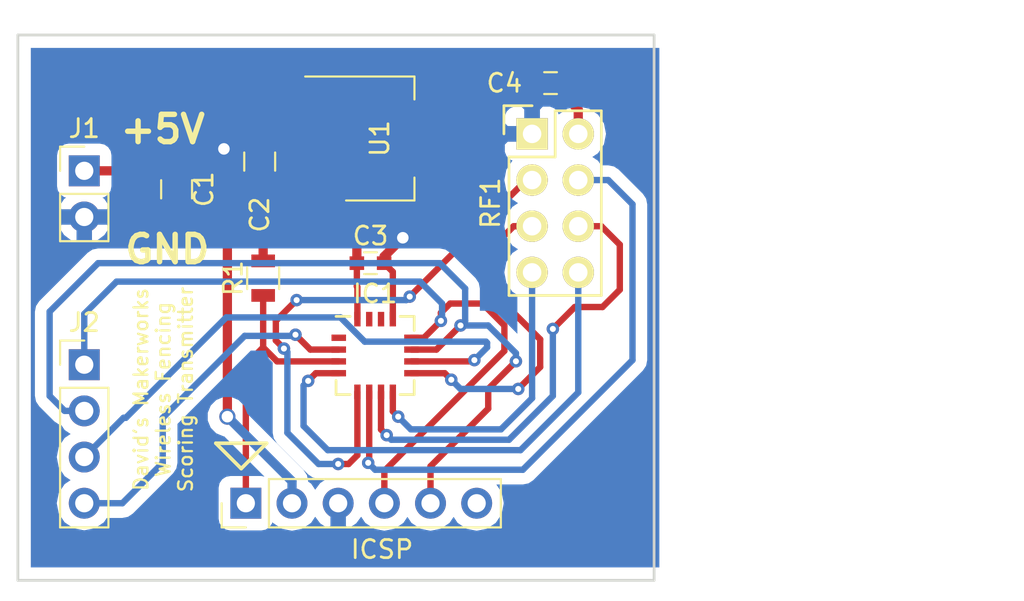
<source format=kicad_pcb>
(kicad_pcb (version 20221018) (generator pcbnew)
  (title_block (title "Wireless Fencing Score Indicator - Transmitter") (date "2018-02-15") (rev "1") (company "David Rice"))
  (layers (0 "F.Cu" signal) (31 "B.Cu" signal) (34 "B.Paste" user) (35 "F.Paste" user) (36 "B.SilkS" user "B.Silkscreen") (37 "F.SilkS" user "F.Silkscreen") (38 "B.Mask" user) (39 "F.Mask" user) (44 "Edge.Cuts" user))
  (net 0 "")
  (net 1 "+5V")
  (net 2 "GND")
  (net 3 "+3V3")
  (net 4 "Net-(IC1-Pad1)")
  (net 5 "Net-(IC1-Pad2)")
  (net 6 "Net-(IC1-Pad3)")
  (net 7 "Net-(IC1-Pad4)")
  (net 8 "Net-(IC1-Pad5)")
  (net 9 "Net-(IC1-Pad6)")
  (net 10 "Net-(IC1-Pad7)")
  (net 11 "Net-(IC1-Pad8)")
  (net 12 "Net-(IC1-Pad9)")
  (net 13 "Net-(IC1-Pad10)")
  (net 14 "Net-(IC1-Pad11)")
  (net 15 "Net-(IC1-Pad12)")
  (net 16 "Net-(IC1-Pad14)")
  (net 17 "Net-(IC1-Pad15)")
  (net 18 "Net-(J3-Pad6)")
  (footprint "Capacitors_SMD:C_0805" (layer "F.Cu") (at 125.73 94.488 -90)
    (fp_text reference "C1" (at 0 -1.5 270) (layer "F.SilkS"))
    (fp_text value "10uF")
    (fp_line (start -0.5 0.85) (end 0.5 0.85) (stroke (width 0.12)) (layer "F.SilkS"))
    (fp_line (start 0.5 -0.85) (end -0.5 -0.85) (stroke (width 0.12)) (layer "F.SilkS"))
    (pad "1" smd rect (at -1 0 270) (size 1 1.25) (layers "F.Cu" "F.Paste" "F.Mask") (net 1 "+5V"))
    (pad "2" smd rect (at 1 0 270) (size 1 1.25) (layers "F.Cu" "F.Paste" "F.Mask") (net 2 "GND"))
  )
  (footprint "Capacitors_SMD:C_0805" (layer "F.Cu") (at 130.302 92.964 90)
    (fp_text reference "C2" (at -2.921 0 90) (layer "F.SilkS"))
    (fp_text value "1uF")
    (fp_line (start -0.5 0.85) (end 0.5 0.85) (stroke (width 0.12)) (layer "F.SilkS"))
    (fp_line (start 0.5 -0.85) (end -0.5 -0.85) (stroke (width 0.12)) (layer "F.SilkS"))
    (pad "1" smd rect (at -1 0 90) (size 1 1.25) (layers "F.Cu" "F.Paste" "F.Mask") (net 3 "+3V3"))
    (pad "2" smd rect (at 1 0 90) (size 1 1.25) (layers "F.Cu" "F.Paste" "F.Mask") (net 2 "GND"))
  )
  (footprint "Capacitors_SMD:C_0603" (layer "F.Cu") (at 136.398 98.552)
    (fp_text reference "C3" (at 0 -1.5) (layer "F.SilkS"))
    (fp_text value "0.1uF")
    (fp_line (start -0.35 -0.6) (end 0.35 -0.6) (stroke (width 0.12)) (layer "F.SilkS"))
    (fp_line (start 0.35 0.6) (end -0.35 0.6) (stroke (width 0.12)) (layer "F.SilkS"))
    (pad "1" smd rect (at -0.75 0) (size 0.8 0.75) (layers "F.Cu" "F.Paste" "F.Mask") (net 1 "+5V"))
    (pad "2" smd rect (at 0.75 0) (size 0.8 0.75) (layers "F.Cu" "F.Paste" "F.Mask") (net 2 "GND"))
  )
  (footprint "Capacitors_SMD:C_0603" (layer "F.Cu") (at 146.304 88.646 180)
    (fp_text reference "C4" (at 2.54 0 180) (layer "F.SilkS"))
    (fp_text value "0.1uF")
    (fp_line (start -0.35 -0.6) (end 0.35 -0.6) (stroke (width 0.12)) (layer "F.SilkS"))
    (fp_line (start 0.35 0.6) (end -0.35 0.6) (stroke (width 0.12)) (layer "F.SilkS"))
    (pad "1" smd rect (at -0.75 0 180) (size 0.8 0.75) (layers "F.Cu" "F.Paste" "F.Mask") (net 3 "+3V3"))
    (pad "2" smd rect (at 0.75 0 180) (size 0.8 0.75) (layers "F.Cu" "F.Paste" "F.Mask") (net 2 "GND"))
  )
  (footprint "Housings_DFN_QFN:QFN-16-1EP_4x4mm_Pitch0.65mm" (layer "F.Cu") (at 136.652 103.632)
    (fp_text reference "IC1" (at 0 -3.4) (layer "F.SilkS"))
    (fp_text value "PIC16F18323-I/JQ")
    (fp_line (start -2.15 -2.15) (end -1.375 -2.15) (stroke (width 0.15)) (layer "F.SilkS"))
    (fp_line (start -2.15 2.15) (end -2.15 1.375) (stroke (width 0.15)) (layer "F.SilkS"))
    (fp_line (start -2.15 2.15) (end -1.375 2.15) (stroke (width 0.15)) (layer "F.SilkS"))
    (fp_line (start 2.15 -2.15) (end 1.375 -2.15) (stroke (width 0.15)) (layer "F.SilkS"))
    (fp_line (start 2.15 -2.15) (end 2.15 -1.375) (stroke (width 0.15)) (layer "F.SilkS"))
    (fp_line (start 2.15 2.15) (end 1.375 2.15) (stroke (width 0.15)) (layer "F.SilkS"))
    (fp_line (start 2.15 2.15) (end 2.15 1.375) (stroke (width 0.15)) (layer "F.SilkS"))
    (pad "1" smd rect (at -2 -0.975) (size 0.8 0.35) (layers "F.Cu" "F.Paste" "F.Mask") (net 4 "Net-(IC1-Pad1)"))
    (pad "2" smd rect (at -2 -0.325) (size 0.8 0.35) (layers "F.Cu" "F.Paste" "F.Mask") (net 5 "Net-(IC1-Pad2)"))
    (pad "3" smd rect (at -2 0.325) (size 0.8 0.35) (layers "F.Cu" "F.Paste" "F.Mask") (net 6 "Net-(IC1-Pad3)"))
    (pad "4" smd rect (at -2 0.975) (size 0.8 0.35) (layers "F.Cu" "F.Paste" "F.Mask") (net 7 "Net-(IC1-Pad4)"))
    (pad "5" smd rect (at -0.975 2 90) (size 0.8 0.35) (layers "F.Cu" "F.Paste" "F.Mask") (net 8 "Net-(IC1-Pad5)"))
    (pad "6" smd rect (at -0.325 2 90) (size 0.8 0.35) (layers "F.Cu" "F.Paste" "F.Mask") (net 9 "Net-(IC1-Pad6)"))
    (pad "7" smd rect (at 0.325 2 90) (size 0.8 0.35) (layers "F.Cu" "F.Paste" "F.Mask") (net 10 "Net-(IC1-Pad7)"))
    (pad "8" smd rect (at 0.975 2 90) (size 0.8 0.35) (layers "F.Cu" "F.Paste" "F.Mask") (net 11 "Net-(IC1-Pad8)"))
    (pad "9" smd rect (at 2 0.975) (size 0.8 0.35) (layers "F.Cu" "F.Paste" "F.Mask") (net 12 "Net-(IC1-Pad9)"))
    (pad "10" smd rect (at 2 0.325) (size 0.8 0.35) (layers "F.Cu" "F.Paste" "F.Mask") (net 13 "Net-(IC1-Pad10)"))
    (pad "11" smd rect (at 2 -0.325) (size 0.8 0.35) (layers "F.Cu" "F.Paste" "F.Mask") (net 14 "Net-(IC1-Pad11)"))
    (pad "12" smd rect (at 2 -0.975) (size 0.8 0.35) (layers "F.Cu" "F.Paste" "F.Mask") (net 15 "Net-(IC1-Pad12)"))
    (pad "13" smd rect (at 0.975 -2 90) (size 0.8 0.35) (layers "F.Cu" "F.Paste" "F.Mask") (net 2 "GND"))
    (pad "14" smd rect (at 0.325 -2 90) (size 0.8 0.35) (layers "F.Cu" "F.Paste" "F.Mask") (net 16 "Net-(IC1-Pad14)"))
    (pad "15" smd rect (at -0.325 -2 90) (size 0.8 0.35) (layers "F.Cu" "F.Paste" "F.Mask") (net 17 "Net-(IC1-Pad15)"))
    (pad "16" smd rect (at -0.975 -2 90) (size 0.8 0.35) (layers "F.Cu" "F.Paste" "F.Mask") (net 1 "+5V"))
  )
  (footprint "Pin_Headers:Pin_Header_Straight_1x02_Pitch2.54mm" (layer "F.Cu") (at 120.65 93.472)
    (fp_text reference "J1" (at 0 -2.33) (layer "F.SilkS"))
    (fp_text value "PWR_IN")
    (fp_line (start -1.33 -1.33) (end 0 -1.33) (stroke (width 0.12)) (layer "F.SilkS"))
    (fp_line (start -1.33 0) (end -1.33 -1.33) (stroke (width 0.12)) (layer "F.SilkS"))
    (fp_line (start -1.33 1.27) (end -1.33 3.87) (stroke (width 0.12)) (layer "F.SilkS"))
    (fp_line (start -1.33 1.27) (end 1.33 1.27) (stroke (width 0.12)) (layer "F.SilkS"))
    (fp_line (start -1.33 3.87) (end 1.33 3.87) (stroke (width 0.12)) (layer "F.SilkS"))
    (fp_line (start 1.33 1.27) (end 1.33 3.87) (stroke (width 0.12)) (layer "F.SilkS"))
    (pad "1" thru_hole rect (at 0 0) (size 1.7 1.7) (drill 1) (layers "*.Cu" "*.Mask") (net 1 "+5V"))
    (pad "2" thru_hole oval (at 0 2.54) (size 1.7 1.7) (drill 1) (layers "*.Cu" "*.Mask") (net 2 "GND"))
  )
  (footprint "Pin_Headers:Pin_Header_Straight_1x04_Pitch2.54mm" (layer "F.Cu") (at 120.65 104.14)
    (fp_text reference "J2" (at 0 -2.33) (layer "F.SilkS"))
    (fp_text value "SCORE_MACH")
    (fp_line (start -1.33 -1.33) (end 0 -1.33) (stroke (width 0.12)) (layer "F.SilkS"))
    (fp_line (start -1.33 0) (end -1.33 -1.33) (stroke (width 0.12)) (layer "F.SilkS"))
    (fp_line (start -1.33 1.27) (end -1.33 8.95) (stroke (width 0.12)) (layer "F.SilkS"))
    (fp_line (start -1.33 1.27) (end 1.33 1.27) (stroke (width 0.12)) (layer "F.SilkS"))
    (fp_line (start -1.33 8.95) (end 1.33 8.95) (stroke (width 0.12)) (layer "F.SilkS"))
    (fp_line (start 1.33 1.27) (end 1.33 8.95) (stroke (width 0.12)) (layer "F.SilkS"))
    (pad "1" thru_hole rect (at 0 0) (size 1.7 1.7) (drill 1) (layers "*.Cu" "*.Mask") (net 15 "Net-(IC1-Pad12)"))
    (pad "2" thru_hole oval (at 0 2.54) (size 1.7 1.7) (drill 1) (layers "*.Cu" "*.Mask") (net 14 "Net-(IC1-Pad11)"))
    (pad "3" thru_hole oval (at 0 5.08) (size 1.7 1.7) (drill 1) (layers "*.Cu" "*.Mask") (net 13 "Net-(IC1-Pad10)"))
    (pad "4" thru_hole oval (at 0 7.62) (size 1.7 1.7) (drill 1) (layers "*.Cu" "*.Mask") (net 5 "Net-(IC1-Pad2)"))
  )
  (footprint "Pin_Headers:Pin_Header_Straight_1x06_Pitch2.54mm" (layer "F.Cu") (at 129.54 111.76 90)
    (fp_text reference "ICSP" (at -2.54 7.493 180) (layer "F.SilkS"))
    (fp_text value "ICSP")
    (fp_line (start -1.33 -1.33) (end 0 -1.33) (stroke (width 0.12)) (layer "F.SilkS"))
    (fp_line (start -1.33 0) (end -1.33 -1.33) (stroke (width 0.12)) (layer "F.SilkS"))
    (fp_line (start -1.33 1.27) (end -1.33 14.03) (stroke (width 0.12)) (layer "F.SilkS"))
    (fp_line (start -1.33 1.27) (end 1.33 1.27) (stroke (width 0.12)) (layer "F.SilkS"))
    (fp_line (start -1.33 14.03) (end 1.33 14.03) (stroke (width 0.12)) (layer "F.SilkS"))
    (fp_line (start 1.33 1.27) (end 1.33 14.03) (stroke (width 0.12)) (layer "F.SilkS"))
    (pad "1" thru_hole rect (at 0 0 90) (size 1.7 1.7) (drill 1) (layers "*.Cu" "*.Mask") (net 6 "Net-(IC1-Pad3)"))
    (pad "2" thru_hole oval (at 0 2.54 90) (size 1.7 1.7) (drill 1) (layers "*.Cu" "*.Mask") (net 1 "+5V"))
    (pad "3" thru_hole oval (at 0 5.08 90) (size 1.7 1.7) (drill 1) (layers "*.Cu" "*.Mask") (net 2 "GND"))
    (pad "4" thru_hole oval (at 0 7.62 90) (size 1.7 1.7) (drill 1) (layers "*.Cu" "*.Mask") (net 15 "Net-(IC1-Pad12)"))
    (pad "5" thru_hole oval (at 0 10.16 90) (size 1.7 1.7) (drill 1) (layers "*.Cu" "*.Mask") (net 14 "Net-(IC1-Pad11)"))
    (pad "6" thru_hole oval (at 0 12.7 90) (size 1.7 1.7) (drill 1) (layers "*.Cu" "*.Mask") (net 18 "Net-(J3-Pad6)"))
  )
  (footprint "Resistors_SMD:R_0805" (layer "F.Cu") (at 130.4925 99.3775 90)
    (fp_text reference "R1" (at 0 -1.65 90) (layer "F.SilkS"))
    (fp_text value "10K")
    (fp_line (start -0.6 -0.88) (end 0.6 -0.88) (stroke (width 0.12)) (layer "F.SilkS"))
    (fp_line (start 0.6 0.88) (end -0.6 0.88) (stroke (width 0.12)) (layer "F.SilkS"))
    (pad "1" smd rect (at -0.95 0 90) (size 0.7 1.3) (layers "F.Cu" "F.Paste" "F.Mask") (net 6 "Net-(IC1-Pad3)"))
    (pad "2" smd rect (at 0.95 0 90) (size 0.7 1.3) (layers "F.Cu" "F.Paste" "F.Mask") (net 1 "+5V"))
  )
  (footprint "DavidsMakerWorks_Custom:nRF24L01+-Module" (layer "F.Cu") (at 145.288 91.44)
    (fp_text reference "RF1" (at -2.286 3.81 270) (layer "F.SilkS"))
    (fp_text value "nRF24L01+-MOD")
    (fp_line (start -1.55 -1.55) (end -1.55 0) (stroke (width 0.15)) (layer "F.SilkS"))
    (fp_line (start -1.27 1.27) (end -1.27 8.89) (stroke (width 0.15)) (layer "F.SilkS"))
    (fp_line (start -1.27 8.89) (end 3.81 8.89) (stroke (width 0.15)) (layer "F.SilkS"))
    (fp_line (start 0 -1.55) (end -1.55 -1.55) (stroke (width 0.15)) (layer "F.SilkS"))
    (fp_line (start 1.27 -1.27) (end 1.27 1.27) (stroke (width 0.15)) (layer "F.SilkS"))
    (fp_line (start 1.27 1.27) (end -1.27 1.27) (stroke (width 0.15)) (layer "F.SilkS"))
    (fp_line (start 3.81 -1.27) (end 1.27 -1.27) (stroke (width 0.15)) (layer "F.SilkS"))
    (fp_line (start 3.81 8.89) (end 3.81 -1.27) (stroke (width 0.15)) (layer "F.SilkS"))
    (pad "1" thru_hole rect (at 0 0) (size 1.7272 1.7272) (drill 1.016) (layers "*.Cu" "*.Mask" "F.SilkS") (net 2 "GND"))
    (pad "2" thru_hole oval (at 2.54 0) (size 1.7272 1.7272) (drill 1.016) (layers "*.Cu" "*.Mask" "F.SilkS") (net 3 "+3V3"))
    (pad "3" thru_hole oval (at 0 2.54) (size 1.7272 1.7272) (drill 1.016) (layers "*.Cu" "*.Mask" "F.SilkS") (net 8 "Net-(IC1-Pad5)"))
    (pad "4" thru_hole oval (at 2.54 2.54) (size 1.7272 1.7272) (drill 1.016) (layers "*.Cu" "*.Mask" "F.SilkS") (net 9 "Net-(IC1-Pad6)"))
    (pad "5" thru_hole oval (at 0 5.08) (size 1.7272 1.7272) (drill 1.016) (layers "*.Cu" "*.Mask" "F.SilkS") (net 12 "Net-(IC1-Pad9)"))
    (pad "6" thru_hole oval (at 2.54 5.08) (size 1.7272 1.7272) (drill 1.016) (layers "*.Cu" "*.Mask" "F.SilkS") (net 10 "Net-(IC1-Pad7)"))
    (pad "7" thru_hole oval (at 0 7.62) (size 1.7272 1.7272) (drill 1.016) (layers "*.Cu" "*.Mask" "F.SilkS") (net 11 "Net-(IC1-Pad8)"))
    (pad "8" thru_hole oval (at 2.54 7.62) (size 1.7272 1.7272) (drill 1.016) (layers "*.Cu" "*.Mask" "F.SilkS") (net 7 "Net-(IC1-Pad4)"))
  )
  (footprint "TO_SOT_Packages_SMD:SOT-223" (layer "F.Cu") (at 136.906 91.694)
    (fp_text reference "U1" (at 0 0 90) (layer "F.SilkS"))
    (fp_text value "MCP1824S33/DB")
    (fp_line (start -4.1 -3.41) (end 1.91 -3.41) (stroke (width 0.12)) (layer "F.SilkS"))
    (fp_line (start -1.85 3.41) (end 1.91 3.41) (stroke (width 0.12)) (layer "F.SilkS"))
    (fp_line (start 1.91 -3.41) (end 1.91 -2.15) (stroke (width 0.12)) (layer "F.SilkS"))
    (fp_line (start 1.91 3.41) (end 1.91 2.15) (stroke (width 0.12)) (layer "F.SilkS"))
    (pad "1" smd rect (at -3.15 -2.3) (size 2 1.5) (layers "F.Cu" "F.Paste" "F.Mask") (net 1 "+5V"))
    (pad "2" smd rect (at -3.15 0) (size 2 1.5) (layers "F.Cu" "F.Paste" "F.Mask") (net 2 "GND"))
    (pad "3" smd rect (at -3.15 2.3) (size 2 1.5) (layers "F.Cu" "F.Paste" "F.Mask") (net 3 "+3V3"))
    (pad "4" smd rect (at 3.15 0) (size 2 3.8) (layers "F.Cu" "F.Paste" "F.Mask") (net 2 "GND"))
  )
  (gr_line (start 129.286 109.855) (end 127.889 108.458) (stroke (width 0.2)) (layer "F.SilkS"))
  (gr_line (start 130.683 108.458) (end 129.286 109.855) (stroke (width 0.2)) (layer "F.SilkS"))
  (gr_line (start 127.889 108.458) (end 130.683 108.458) (stroke (width 0.2)) (layer "F.SilkS"))
  (gr_line (start 117 116) (end 152 116) (stroke (width 0.15)) (layer "Edge.Cuts"))
  (gr_line (start 152 116) (end 152 86) (stroke (width 0.15)) (layer "Edge.Cuts"))
  (gr_line (start 152 86) (end 117 86) (stroke (width 0.15)) (layer "Edge.Cuts"))
  (gr_line (start 117 86) (end 117 116) (stroke (width 0.15)) (layer "Edge.Cuts"))
  (gr_text "David's Makerworks\nWireless Fencing\nScoring Transmitter" (at 125 105.5 90) (layer "F.SilkS") (effects (font (size 0.762 0.762) (thickness 0.127))))
  (gr_text "+5V" (at 124.968 91.186) (layer "F.SilkS") (effects (font (size 1.5 1.5) (thickness 0.3))))
  (gr_text "GND" (at 125.222 97.79) (layer "F.SilkS") (effects (font (size 1.5 1.5) (thickness 0.3))))
  (segment (start 125.714 93.472) (end 125.73 93.488) (width 0.508) (layer "F.Cu") (net 1))
  (segment (start 125.73 91.8845) (end 128.2205 89.394) (width 0.508) (layer "F.Cu") (net 1))
  (segment (start 128.2205 89.394) (end 133.756 89.394) (width 0.508) (layer "F.Cu") (net 1))
  (segment (start 126.6985 93.488) (end 129.7305 96.52) (width 0.508) (layer "F.Cu") (net 1))
  (segment (start 129.7305 96.52) (end 134.874 96.52) (width 0.508) (layer "F.Cu") (net 1))
  (segment (start 134.874 96.52) (end 135.648 97.294) (width 0.508) (layer "F.Cu") (net 1))
  (segment (start 135.648 97.294) (end 135.648 98.552) (width 0.508) (layer "F.Cu") (net 1))
  (segment (start 135.648 99.834) (end 135.677 99.863) (width 0.35) (layer "F.Cu") (net 1))
  (segment (start 135.677 99.863) (end 135.677 101.632) (width 0.35) (layer "F.Cu") (net 1))
  (segment (start 130.4925 97.282) (end 129.794 96.5835) (width 0.508) (layer "F.Cu") (net 1))
  (segment (start 129.794 96.5835) (end 129.7305 96.52) (width 0.508) (layer "F.Cu") (net 1))
  (segment (start 129.54 96.5835) (end 128.524 97.5995) (width 0.508) (layer "F.Cu") (net 1))
  (segment (start 128.524 97.5995) (end 128.524 106.9975) (width 0.508) (layer "F.Cu") (net 1))
  (segment (start 120.65 93.472) (end 125.714 93.472) (width 0.508) (layer "F.Cu") (net 1))
  (segment (start 129.794 96.5835) (end 129.54 96.5835) (width 0.508) (layer "F.Cu") (net 1))
  (segment (start 125.73 93.488) (end 125.73 91.8845) (width 0.508) (layer "F.Cu") (net 1))
  (segment (start 130.4925 98.4275) (end 130.4925 97.282) (width 0.508) (layer "F.Cu") (net 1))
  (segment (start 135.648 98.552) (end 135.648 99.834) (width 0.35) (layer "F.Cu") (net 1))
  (segment (start 125.73 93.488) (end 126.6985 93.488) (width 0.508) (layer "F.Cu") (net 1))
  (via (at 128.524 106.9975) (size 0.889) (drill 0.635) (layers "F.Cu" "B.Cu") (net 1))
  (segment (start 128.524 106.9975) (end 132.08 110.5535) (width 0.508) (layer "B.Cu") (net 1))
  (segment (start 132.08 110.5535) (end 132.08 111.76) (width 0.508) (layer "B.Cu") (net 1))
  (segment (start 123.317 96.012) (end 123.841 95.488) (width 0.508) (layer "F.Cu") (net 2))
  (segment (start 123.841 95.488) (end 125.73 95.488) (width 0.508) (layer "F.Cu") (net 2))
  (segment (start 145.554 89.904) (end 145.288 90.17) (width 0.508) (layer "F.Cu") (net 2))
  (segment (start 145.288 90.17) (end 145.288 91.44) (width 0.508) (layer "F.Cu") (net 2))
  (segment (start 140.462 91.694) (end 143.51 88.646) (width 0.508) (layer "F.Cu") (net 2))
  (segment (start 143.51 88.646) (end 145.554 88.646) (width 0.508) (layer "F.Cu") (net 2))
  (segment (start 131.302 91.964) (end 131.572 91.694) (width 0.508) (layer "F.Cu") (net 2))
  (segment (start 131.572 91.694) (end 133.756 91.694) (width 0.508) (layer "F.Cu") (net 2))
  (segment (start 137.627 99.031) (end 137.148 98.552) (width 0.35) (layer "F.Cu") (net 2))
  (segment (start 128.635 91.964) (end 128.3335 92.2655) (width 0.508) (layer "F.Cu") (net 2))
  (segment (start 137.148 98.183) (end 138.176 97.155) (width 0.508) (layer "F.Cu") (net 2))
  (segment (start 120.65 96.012) (end 123.317 96.012) (width 0.508) (layer "F.Cu") (net 2))
  (segment (start 130.302 91.964) (end 131.302 91.964) (width 0.508) (layer "F.Cu") (net 2))
  (segment (start 145.554 88.646) (end 145.554 89.904) (width 0.508) (layer "F.Cu") (net 2))
  (segment (start 130.302 91.964) (end 128.635 91.964) (width 0.508) (layer "F.Cu") (net 2))
  (segment (start 140.056 91.694) (end 140.462 91.694) (width 0.508) (layer "F.Cu") (net 2))
  (segment (start 137.627 101.632) (end 137.627 99.031) (width 0.35) (layer "F.Cu") (net 2))
  (segment (start 137.148 98.552) (end 137.148 98.183) (width 0.508) (layer "F.Cu") (net 2))
  (via (at 138.176 97.155) (size 0.889) (drill 0.635) (layers "F.Cu" "B.Cu") (net 2))
  (via (at 128.3335 92.2655) (size 0.889) (drill 0.635) (layers "F.Cu" "B.Cu") (net 2))
  (segment (start 133.726 93.964) (end 133.756 93.994) (width 0.508) (layer "F.Cu") (net 3))
  (segment (start 135.114 93.994) (end 137.7315 91.3765) (width 0.508) (layer "F.Cu") (net 3))
  (segment (start 137.7315 91.3765) (end 137.7315 89.4715) (width 0.508) (layer "F.Cu") (net 3))
  (segment (start 137.7315 89.4715) (end 139.954 87.249) (width 0.508) (layer "F.Cu") (net 3))
  (segment (start 139.954 87.249) (end 146.685 87.249) (width 0.508) (layer "F.Cu") (net 3))
  (segment (start 146.685 87.249) (end 147.054 87.618) (width 0.508) (layer "F.Cu") (net 3))
  (segment (start 147.054 87.618) (end 147.054 88.646) (width 0.508) (layer "F.Cu") (net 3))
  (segment (start 147.054 89.3325) (end 147.828 90.1065) (width 0.508) (layer "F.Cu") (net 3))
  (segment (start 147.828 90.1065) (end 147.828 91.44) (width 0.508) (layer "F.Cu") (net 3))
  (segment (start 147.054 88.646) (end 147.054 89.3325) (width 0.508) (layer "F.Cu") (net 3))
  (segment (start 133.756 93.994) (end 135.114 93.994) (width 0.508) (layer "F.Cu") (net 3))
  (segment (start 130.302 93.964) (end 133.726 93.964) (width 0.508) (layer "F.Cu") (net 3))
  (segment (start 133.0885 103.307) (end 132.2705 102.489) (width 0.35) (layer "F.Cu") (net 5))
  (segment (start 134.652 103.307) (end 133.0885 103.307) (width 0.35) (layer "F.Cu") (net 5))
  (via (at 132.2705 102.489) (size 0.6858) (drill 0.3302) (layers "F.Cu" "B.Cu") (net 5))
  (segment (start 132.2705 102.489) (end 132.207 102.5525) (width 0.35) (layer "B.Cu") (net 5))
  (segment (start 132.207 102.5525) (end 129.4765 102.5525) (width 0.35) (layer "B.Cu") (net 5))
  (segment (start 129.4765 102.5525) (end 124.968 107.061) (width 0.35) (layer "B.Cu") (net 5))
  (segment (start 124.968 107.061) (end 124.968 109.5375) (width 0.35) (layer "B.Cu") (net 5))
  (segment (start 124.968 109.5375) (end 122.7455 111.76) (width 0.35) (layer "B.Cu") (net 5))
  (segment (start 122.7455 111.76) (end 120.65 111.76) (width 0.35) (layer "B.Cu") (net 5))
  (segment (start 131.262 103.957) (end 130.4925 103.1875) (width 0.35) (layer "F.Cu") (net 6))
  (segment (start 130.4925 103.1875) (end 130.4925 100.3275) (width 0.35) (layer "F.Cu") (net 6))
  (segment (start 129.54 104.14) (end 130.4925 103.1875) (width 0.35) (layer "F.Cu") (net 6))
  (segment (start 129.54 111.76) (end 129.54 104.14) (width 0.35) (layer "F.Cu") (net 6))
  (segment (start 134.652 103.957) (end 131.262 103.957) (width 0.35) (layer "F.Cu") (net 6))
  (segment (start 133.391 104.607) (end 132.969 105.029) (width 0.35) (layer "F.Cu") (net 7))
  (segment (start 134.652 104.607) (end 133.391 104.607) (width 0.35) (layer "F.Cu") (net 7))
  (via (at 132.969 105.029) (size 0.6858) (drill 0.3302) (layers "F.Cu" "B.Cu") (net 7))
  (segment (start 132.969 105.029) (end 132.715 105.283) (width 0.35) (layer "B.Cu") (net 7))
  (segment (start 132.715 105.283) (end 132.715 107.5055) (width 0.35) (layer "B.Cu") (net 7))
  (segment (start 132.715 107.5055) (end 134.0485 108.839) (width 0.35) (layer "B.Cu") (net 7))
  (segment (start 134.0485 108.839) (end 144.653 108.839) (width 0.35) (layer "B.Cu") (net 7))
  (segment (start 144.653 108.839) (end 147.828 105.664) (width 0.35) (layer "B.Cu") (net 7))
  (segment (start 147.828 105.664) (end 147.828 99.06) (width 0.35) (layer "B.Cu") (net 7))
  (segment (start 144.9705 93.98) (end 138.557 100.3935) (width 0.35) (layer "F.Cu") (net 8))
  (segment (start 132.334 100.584) (end 131.191 101.727) (width 0.35) (layer "F.Cu") (net 8))
  (segment (start 131.191 101.727) (end 131.191 102.8065) (width 0.35) (layer "F.Cu") (net 8))
  (segment (start 131.191 102.8065) (end 131.6355 103.251) (width 0.35) (layer "F.Cu") (net 8))
  (segment (start 134.62 109.601) (end 135.1915 109.601) (width 0.35) (layer "F.Cu") (net 8))
  (segment (start 135.1915 109.601) (end 135.677 109.1155) (width 0.35) (layer "F.Cu") (net 8))
  (segment (start 135.677 109.1155) (end 135.677 105.632) (width 0.35) (layer "F.Cu") (net 8))
  (segment (start 145.288 93.98) (end 144.9705 93.98) (width 0.35) (layer "F.Cu") (net 8))
  (via (at 132.334 100.584) (size 0.6858) (drill 0.3302) (layers "F.Cu" "B.Cu") (net 8))
  (via (at 134.62 109.601) (size 0.6858) (drill 0.3302) (layers "F.Cu" "B.Cu") (net 8))
  (via (at 131.6355 103.251) (size 0.6858) (drill 0.3302) (layers "F.Cu" "B.Cu") (net 8))
  (via (at 138.557 100.3935) (size 0.6858) (drill 0.3302) (layers "F.Cu" "B.Cu") (net 8))
  (segment (start 138.557 100.3935) (end 138.3665 100.584) (width 0.35) (layer "B.Cu") (net 8))
  (segment (start 138.3665 100.584) (end 132.334 100.584) (width 0.35) (layer "B.Cu") (net 8))
  (segment (start 131.6355 103.251) (end 131.826 103.4415) (width 0.35) (layer "B.Cu") (net 8))
  (segment (start 131.826 103.4415) (end 131.826 107.8865) (width 0.35) (layer "B.Cu") (net 8))
  (segment (start 131.826 107.8865) (end 133.5405 109.601) (width 0.35) (layer "B.Cu") (net 8))
  (segment (start 133.5405 109.601) (end 134.62 109.601) (width 0.35) (layer "B.Cu") (net 8))
  (segment (start 136.327 109.4815) (end 136.271 109.5375) (width 0.35) (layer "F.Cu") (net 9))
  (segment (start 136.327 105.632) (end 136.327 109.4815) (width 0.35) (layer "F.Cu") (net 9))
  (via (at 136.271 109.5375) (size 0.6858) (drill 0.3302) (layers "F.Cu" "B.Cu") (net 9))
  (segment (start 136.271 109.5375) (end 136.652 109.9185) (width 0.35) (layer "B.Cu") (net 9))
  (segment (start 136.652 109.9185) (end 144.78 109.9185) (width 0.35) (layer "B.Cu") (net 9))
  (segment (start 144.78 109.9185) (end 150.8125 103.886) (width 0.35) (layer "B.Cu") (net 9))
  (segment (start 150.8125 103.886) (end 150.8125 95.3135) (width 0.35) (layer "B.Cu") (net 9))
  (segment (start 150.8125 95.3135) (end 149.479 93.98) (width 0.35) (layer "B.Cu") (net 9))
  (segment (start 149.479 93.98) (end 147.828 93.98) (width 0.35) (layer "B.Cu") (net 9))
  (segment (start 136.977 107.7035) (end 137.287 108.0135) (width 0.35) (layer "F.Cu") (net 10))
  (segment (start 146.431 102.1715) (end 147.6375 100.965) (width 0.35) (layer "F.Cu") (net 10))
  (segment (start 147.6375 100.965) (end 149.1615 100.965) (width 0.35) (layer "F.Cu") (net 10))
  (segment (start 149.1615 100.965) (end 150.114 100.0125) (width 0.35) (layer "F.Cu") (net 10))
  (segment (start 150.114 100.0125) (end 150.114 97.536) (width 0.35) (layer "F.Cu") (net 10))
  (segment (start 150.114 97.536) (end 149.098 96.52) (width 0.35) (layer "F.Cu") (net 10))
  (segment (start 149.098 96.52) (end 147.828 96.52) (width 0.35) (layer "F.Cu") (net 10))
  (segment (start 136.977 105.632) (end 136.977 107.7035) (width 0.35) (layer "F.Cu") (net 10))
  (via (at 146.431 102.1715) (size 0.6858) (drill 0.3302) (layers "F.Cu" "B.Cu") (net 10))
  (via (at 137.287 108.0135) (size 0.6858) (drill 0.3302) (layers "F.Cu" "B.Cu") (net 10))
  (segment (start 137.287 108.0135) (end 137.541 108.2675) (width 0.35) (layer "B.Cu") (net 10))
  (segment (start 137.541 108.2675) (end 144.018 108.2675) (width 0.35) (layer "B.Cu") (net 10))
  (segment (start 144.018 108.2675) (end 146.431 105.8545) (width 0.35) (layer "B.Cu") (net 10))
  (segment (start 146.431 105.8545) (end 146.431 102.1715) (width 0.35) (layer "B.Cu") (net 10))
  (segment (start 137.627 106.7025) (end 137.922 106.9975) (width 0.35) (layer "F.Cu") (net 11))
  (segment (start 137.627 105.632) (end 137.627 106.7025) (width 0.35) (layer "F.Cu") (net 11))
  (via (at 137.922 106.9975) (size 0.6858) (drill 0.3302) (layers "F.Cu" "B.Cu") (net 11))
  (segment (start 137.922 106.9975) (end 138.6205 107.696) (width 0.35) (layer "B.Cu") (net 11))
  (segment (start 138.6205 107.696) (end 143.5735 107.696) (width 0.35) (layer "B.Cu") (net 11))
  (segment (start 143.5735 107.696) (end 145.288 105.9815) (width 0.35) (layer "B.Cu") (net 11))
  (segment (start 145.288 105.9815) (end 145.288 99.06) (width 0.35) (layer "B.Cu") (net 11))
  (segment (start 140.4845 104.607) (end 140.843 104.9655) (width 0.35) (layer "F.Cu") (net 12))
  (segment (start 144.526 105.4735) (end 145.7325 104.267) (width 0.35) (layer "F.Cu") (net 12))
  (segment (start 145.7325 104.267) (end 145.7325 102.743) (width 0.35) (layer "F.Cu") (net 12))
  (segment (start 145.7325 102.743) (end 143.129 100.1395) (width 0.35) (layer "F.Cu") (net 12))
  (segment (start 143.129 100.1395) (end 143.129 97.663) (width 0.35) (layer "F.Cu") (net 12))
  (segment (start 143.129 97.663) (end 144.272 96.52) (width 0.35) (layer "F.Cu") (net 12))
  (segment (start 144.272 96.52) (end 145.288 96.52) (width 0.35) (layer "F.Cu") (net 12))
  (segment (start 138.652 104.607) (end 140.4845 104.607) (width 0.35) (layer "F.Cu") (net 12))
  (via (at 144.526 105.4735) (size 0.6858) (drill 0.3302) (layers "F.Cu" "B.Cu") (net 12))
  (via (at 140.843 104.9655) (size 0.6858) (drill 0.3302) (layers "F.Cu" "B.Cu") (net 12))
  (segment (start 140.843 104.9655) (end 141.351 105.4735) (width 0.35) (layer "B.Cu") (net 12))
  (segment (start 141.351 105.4735) (end 144.526 105.4735) (width 0.35) (layer "B.Cu") (net 12))
  (segment (start 142.042 103.957) (end 142.113 103.886) (width 0.35) (layer "F.Cu") (net 13))
  (segment (start 138.652 103.957) (end 142.042 103.957) (width 0.35) (layer "F.Cu") (net 13))
  (via (at 142.113 103.886) (size 0.6858) (drill 0.3302) (layers "F.Cu" "B.Cu") (net 13))
  (segment (start 142.113 103.886) (end 142.8115 103.1875) (width 0.35) (layer "B.Cu") (net 13))
  (segment (start 142.8115 103.1875) (end 142.8115 102.9335) (width 0.35) (layer "B.Cu") (net 13))
  (segment (start 142.8115 102.9335) (end 142.748 102.87) (width 0.35) (layer "B.Cu") (net 13))
  (segment (start 142.748 102.87) (end 136.0805 102.87) (width 0.35) (layer "B.Cu") (net 13))
  (segment (start 136.0805 102.87) (end 134.747 101.5365) (width 0.35) (layer "B.Cu") (net 13))
  (segment (start 134.747 101.5365) (end 128.4605 101.5365) (width 0.35) (layer "B.Cu") (net 13))
  (segment (start 128.4605 101.5365) (end 122.936 107.061) (width 0.35) (layer "B.Cu") (net 13))
  (segment (start 122.936 107.061) (end 122.809 107.061) (width 0.35) (layer "B.Cu") (net 13))
  (segment (start 122.809 107.061) (end 120.65 109.22) (width 0.35) (layer "B.Cu") (net 13))
  (segment (start 140.025 103.307) (end 141.351 101.981) (width 0.35) (layer "F.Cu") (net 14))
  (segment (start 144.399 103.9495) (end 142.875 105.4735) (width 0.35) (layer "F.Cu") (net 14))
  (segment (start 142.875 105.4735) (end 142.875 106.553) (width 0.35) (layer "F.Cu") (net 14))
  (segment (start 142.875 106.553) (end 139.7 109.728) (width 0.35) (layer "F.Cu") (net 14))
  (segment (start 139.7 109.728) (end 139.7 111.76) (width 0.35) (layer "F.Cu") (net 14))
  (segment (start 138.652 103.307) (end 140.025 103.307) (width 0.35) (layer "F.Cu") (net 14))
  (via (at 141.351 101.981) (size 0.6858) (drill 0.3302) (layers "F.Cu" "B.Cu") (net 14))
  (via (at 144.399 103.9495) (size 0.6858) (drill 0.3302) (layers "F.Cu" "B.Cu") (net 14))
  (segment (start 141.351 101.981) (end 141.605 101.727) (width 0.35) (layer "B.Cu") (net 14))
  (segment (start 141.605 101.727) (end 141.605 99.949) (width 0.35) (layer "B.Cu") (net 14))
  (segment (start 141.605 99.949) (end 140.208 98.552) (width 0.35) (layer "B.Cu") (net 14))
  (segment (start 140.208 98.552) (end 121.412 98.552) (width 0.35) (layer "B.Cu") (net 14))
  (segment (start 121.412 98.552) (end 118.745 101.219) (width 0.35) (layer "B.Cu") (net 14))
  (segment (start 118.745 101.219) (end 118.745 105.8545) (width 0.35) (layer "B.Cu") (net 14))
  (segment (start 118.745 105.8545) (end 119.5705 106.68) (width 0.35) (layer "B.Cu") (net 14))
  (segment (start 119.5705 106.68) (end 120.65 106.68) (width 0.35) (layer "B.Cu") (net 14))
  (segment (start 142.875 101.981) (end 144.399 103.505) (width 0.35) (layer "B.Cu") (net 14))
  (segment (start 144.399 103.505) (end 144.399 103.9495) (width 0.35) (layer "B.Cu") (net 14))
  (segment (start 141.351 101.981) (end 142.875 101.981) (width 0.35) (layer "B.Cu") (net 14))
  (segment (start 139.3415 102.657) (end 140.2715 101.727) (width 0.35) (layer "F.Cu") (net 15))
  (segment (start 140.2715 101.2825) (end 140.7795 100.7745) (width 0.35) (layer "F.Cu") (net 15))
  (segment (start 140.7795 100.7745) (end 142.5575 100.7745) (width 0.35) (layer "F.Cu") (net 15))
  (segment (start 142.5575 100.7745) (end 143.764 101.981) (width 0.35) (layer "F.Cu") (net 15))
  (segment (start 143.764 101.981) (end 143.764 103.378) (width 0.35) (layer "F.Cu") (net 15))
  (segment (start 143.764 103.378) (end 137.16 109.982) (width 0.35) (layer "F.Cu") (net 15))
  (segment (start 137.16 109.982) (end 137.16 111.76) (width 0.35) (layer "F.Cu") (net 15))
  (segment (start 140.2715 101.727) (end 140.2715 101.2825) (width 0.35) (layer "F.Cu") (net 15))
  (segment (start 138.652 102.657) (end 139.3415 102.657) (width 0.35) (layer "F.Cu") (net 15))
  (via (at 140.2715 101.727) (size 0.6858) (drill 0.3302) (layers "F.Cu" "B.Cu") (net 15))
  (segment (start 140.2715 101.727) (end 140.335 101.6635) (width 0.35) (layer "B.Cu") (net 15))
  (segment (start 140.335 101.6635) (end 140.335 100.7745) (width 0.35) (layer "B.Cu") (net 15))
  (segment (start 140.335 100.7745) (end 139.1285 99.568) (width 0.35) (layer "B.Cu") (net 15))
  (segment (start 139.1285 99.568) (end 122.428 99.568) (width 0.35) (layer "B.Cu") (net 15))
  (segment (start 122.428 99.568) (end 120.65 101.346) (width 0.35) (layer "B.Cu") (net 15))
  (segment (start 120.65 101.346) (end 120.65 104.14) (width 0.35) (layer "B.Cu") (net 15))
  (zone (net 2) (net_name "GND") (layer "B.Cu") (connect_pads (clearance 0.508)) (min_thickness 0.254) (fill yes (thermal_gap 0.508) (thermal_bridge_width 1.27))
    (polygon (pts (xy 116.205 84.074) (xy 154.432 84.074) (xy 154.432 117.1575) (xy 116.0145 117.1575) (xy 116.0145 84.074)))
  )
)
</source>
